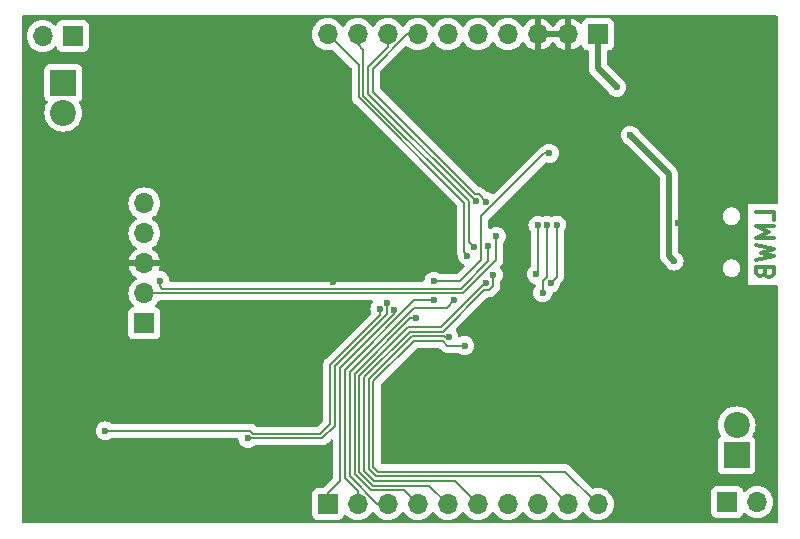
<source format=gbl>
G04 #@! TF.GenerationSoftware,KiCad,Pcbnew,8.0.2*
G04 #@! TF.CreationDate,2024-05-12T15:56:14+02:00*
G04 #@! TF.ProjectId,LimbusOne,4c696d62-7573-44f6-9e65-2e6b69636164,v.0.1*
G04 #@! TF.SameCoordinates,Original*
G04 #@! TF.FileFunction,Copper,L2,Bot*
G04 #@! TF.FilePolarity,Positive*
%FSLAX46Y46*%
G04 Gerber Fmt 4.6, Leading zero omitted, Abs format (unit mm)*
G04 Created by KiCad (PCBNEW 8.0.2) date 2024-05-12 15:56:14*
%MOMM*%
%LPD*%
G01*
G04 APERTURE LIST*
%ADD10C,0.300000*%
G04 #@! TA.AperFunction,NonConductor*
%ADD11C,0.300000*%
G04 #@! TD*
G04 #@! TA.AperFunction,ComponentPad*
%ADD12R,1.700000X1.700000*%
G04 #@! TD*
G04 #@! TA.AperFunction,ComponentPad*
%ADD13O,1.700000X1.700000*%
G04 #@! TD*
G04 #@! TA.AperFunction,ComponentPad*
%ADD14R,2.200000X2.200000*%
G04 #@! TD*
G04 #@! TA.AperFunction,ComponentPad*
%ADD15C,2.200000*%
G04 #@! TD*
G04 #@! TA.AperFunction,ViaPad*
%ADD16C,0.600000*%
G04 #@! TD*
G04 #@! TA.AperFunction,Conductor*
%ADD17C,0.200000*%
G04 #@! TD*
G04 #@! TA.AperFunction,Conductor*
%ADD18C,0.500000*%
G04 #@! TD*
G04 APERTURE END LIST*
D10*
D11*
X93167828Y-49751796D02*
X93167828Y-49037510D01*
X93167828Y-49037510D02*
X91667828Y-49037510D01*
X93167828Y-50251796D02*
X91667828Y-50251796D01*
X91667828Y-50251796D02*
X92739257Y-50751796D01*
X92739257Y-50751796D02*
X91667828Y-51251796D01*
X91667828Y-51251796D02*
X93167828Y-51251796D01*
X91667828Y-51823225D02*
X93167828Y-52180368D01*
X93167828Y-52180368D02*
X92096400Y-52466082D01*
X92096400Y-52466082D02*
X93167828Y-52751797D01*
X93167828Y-52751797D02*
X91667828Y-53108940D01*
X92382114Y-54180368D02*
X92453542Y-54394654D01*
X92453542Y-54394654D02*
X92524971Y-54466083D01*
X92524971Y-54466083D02*
X92667828Y-54537511D01*
X92667828Y-54537511D02*
X92882114Y-54537511D01*
X92882114Y-54537511D02*
X93024971Y-54466083D01*
X93024971Y-54466083D02*
X93096400Y-54394654D01*
X93096400Y-54394654D02*
X93167828Y-54251797D01*
X93167828Y-54251797D02*
X93167828Y-53680368D01*
X93167828Y-53680368D02*
X91667828Y-53680368D01*
X91667828Y-53680368D02*
X91667828Y-54180368D01*
X91667828Y-54180368D02*
X91739257Y-54323226D01*
X91739257Y-54323226D02*
X91810685Y-54394654D01*
X91810685Y-54394654D02*
X91953542Y-54466083D01*
X91953542Y-54466083D02*
X92096400Y-54466083D01*
X92096400Y-54466083D02*
X92239257Y-54394654D01*
X92239257Y-54394654D02*
X92310685Y-54323226D01*
X92310685Y-54323226D02*
X92382114Y-54180368D01*
X92382114Y-54180368D02*
X92382114Y-53680368D01*
D12*
X39878000Y-58463000D03*
D13*
X39878000Y-55923000D03*
X39878000Y-53383000D03*
X39878000Y-50843000D03*
X39878000Y-48303000D03*
D12*
X78267000Y-33985200D03*
D13*
X75727000Y-33985200D03*
X73187001Y-33985200D03*
X70647000Y-33985200D03*
X68107000Y-33985200D03*
X65567000Y-33985200D03*
X63027000Y-33985200D03*
X60486999Y-33985200D03*
X57947000Y-33985200D03*
X55407000Y-33985200D03*
D12*
X89227000Y-73593000D03*
D13*
X91767000Y-73593000D03*
D12*
X33807000Y-34133000D03*
D13*
X31267000Y-34133000D03*
D14*
X90017000Y-69633000D03*
D15*
X90017000Y-67093000D03*
D12*
X55407000Y-73761600D03*
D13*
X57947000Y-73761600D03*
X60486999Y-73761600D03*
X63027000Y-73761600D03*
X65567000Y-73761600D03*
X68107000Y-73761600D03*
X70647000Y-73761600D03*
X73187001Y-73761600D03*
X75727000Y-73761600D03*
X78267000Y-73761600D03*
D14*
X33017000Y-38093000D03*
D15*
X33017000Y-40633000D03*
D16*
X67644000Y-39918000D03*
X81152000Y-60268000D03*
X35941000Y-73279000D03*
X38125400Y-65989200D03*
X71767000Y-60383000D03*
X47967000Y-43633000D03*
X81407000Y-56133000D03*
X45567000Y-43633000D03*
X55880000Y-49530000D03*
X47067000Y-35783000D03*
X59517000Y-47133000D03*
X60467000Y-63883000D03*
X82169000Y-33782000D03*
X85598000Y-33782000D03*
X46863000Y-73279000D03*
X92442000Y-45226000D03*
X67792600Y-67106800D03*
X92442000Y-58025000D03*
X87630000Y-35814000D03*
X85039200Y-49987200D03*
X55880000Y-54923000D03*
X74267000Y-60383000D03*
X50063400Y-66014600D03*
X62017000Y-47133000D03*
X69517000Y-56633000D03*
X42267000Y-38383000D03*
X67644000Y-42418000D03*
X65011880Y-50956184D03*
X89535000Y-43434000D03*
X85267000Y-60633000D03*
X78612000Y-62288000D03*
X81342000Y-68558000D03*
X69672200Y-51083000D03*
X41173400Y-54838600D03*
X69011800Y-51883000D03*
X36576000Y-67564000D03*
X59814678Y-57278849D03*
X66989165Y-60358839D03*
X62890400Y-58039000D03*
X64389000Y-54889400D03*
X74168000Y-44069000D03*
X60440500Y-56780501D03*
X48641000Y-68199000D03*
X61040500Y-57328863D03*
X67811800Y-52019200D03*
X65652000Y-59588400D03*
X74003507Y-50168153D03*
X73609200Y-55880000D03*
X66090800Y-56523000D03*
X67211800Y-52722539D03*
X74269600Y-55067200D03*
X74803000Y-50139600D03*
X68808600Y-55041800D03*
X73203519Y-50163314D03*
X73075800Y-54305200D03*
X69418200Y-54330600D03*
X67945000Y-48133000D03*
X68808600Y-48158400D03*
X64389000Y-56523000D03*
X84734400Y-53187600D03*
X79883000Y-38481000D03*
X81026000Y-42545000D03*
D17*
X39878000Y-55923000D02*
X66867486Y-55923000D01*
X69672200Y-53118286D02*
X69672200Y-51083000D01*
X66867486Y-55923000D02*
X69672200Y-53118286D01*
X69011800Y-51883000D02*
X69011800Y-53213000D01*
X69011800Y-53213000D02*
X66701800Y-55523000D01*
X41400600Y-55523000D02*
X41173400Y-55295800D01*
X66701800Y-55523000D02*
X41400600Y-55523000D01*
X41173400Y-55295800D02*
X41173400Y-54838600D01*
X59814678Y-57278849D02*
X59814678Y-57741268D01*
X54756000Y-67799000D02*
X49089529Y-67799000D01*
X55607000Y-66948000D02*
X54756000Y-67799000D01*
X49089529Y-67799000D02*
X48854529Y-67564000D01*
X48854529Y-67564000D02*
X36576000Y-67564000D01*
X59814678Y-57741268D02*
X55607000Y-61948946D01*
X55607000Y-61948946D02*
X55607000Y-66948000D01*
X65522123Y-60358839D02*
X65138884Y-59975600D01*
X59692230Y-71011600D02*
X75517000Y-71011600D01*
X75517000Y-71011600D02*
X78267000Y-73761600D01*
X62671516Y-59975600D02*
X59270600Y-63376516D01*
X66989165Y-60358839D02*
X65522123Y-60358839D01*
X59270600Y-70589970D02*
X59692230Y-71011600D01*
X59270600Y-63376516D02*
X59270600Y-70589970D01*
X65138884Y-59975600D02*
X62671516Y-59975600D01*
X62890400Y-58039000D02*
X62345372Y-58039000D01*
X61877000Y-72611600D02*
X63027000Y-73761600D01*
X62345372Y-58039000D02*
X57670600Y-62713772D01*
X57670600Y-71252714D02*
X59029486Y-72611600D01*
X57670600Y-62713772D02*
X57670600Y-71252714D01*
X59029486Y-72611600D02*
X61877000Y-72611600D01*
X64389000Y-54889400D02*
X66598800Y-54889400D01*
X73746529Y-44069000D02*
X74168000Y-44069000D01*
X68411800Y-53076400D02*
X68411800Y-49403729D01*
X66598800Y-54889400D02*
X68411800Y-53076400D01*
X68411800Y-49403729D02*
X73746529Y-44069000D01*
X60440500Y-56780501D02*
X60440500Y-57681131D01*
X56007000Y-62114631D02*
X56007000Y-67113686D01*
X60440500Y-57681131D02*
X56007000Y-62114631D01*
X56007000Y-67113686D02*
X54921686Y-68199000D01*
X54921686Y-68199000D02*
X48641000Y-68199000D01*
X56470600Y-71799400D02*
X55407000Y-72863000D01*
X61040500Y-57328863D02*
X61040500Y-57646816D01*
X61040500Y-57646816D02*
X56470600Y-62216716D01*
X55407000Y-72863000D02*
X55407000Y-73761600D01*
X56470600Y-62216716D02*
X56470600Y-71799400D01*
X58420000Y-35306000D02*
X57947000Y-34833000D01*
X58420000Y-39173686D02*
X58420000Y-35306000D01*
X67811800Y-52019200D02*
X67345000Y-51552400D01*
X67345000Y-48098686D02*
X58420000Y-39173686D01*
X57947000Y-34833000D02*
X57947000Y-33985200D01*
X67345000Y-51552400D02*
X67345000Y-48098686D01*
X65304570Y-59575600D02*
X62505830Y-59575600D01*
X59526544Y-71411600D02*
X73377000Y-71411600D01*
X73377000Y-71411600D02*
X75727000Y-73761600D01*
X58870600Y-63210830D02*
X58870600Y-70755656D01*
X58870600Y-70755656D02*
X59526544Y-71411600D01*
X62505830Y-59575600D02*
X58870600Y-63210830D01*
X65317370Y-59588400D02*
X65304570Y-59575600D01*
X65652000Y-59588400D02*
X65317370Y-59588400D01*
X74003507Y-50168153D02*
X73990200Y-50181460D01*
X73990200Y-54498071D02*
X73609200Y-54879071D01*
X73990200Y-50181460D02*
X73990200Y-54498071D01*
X73609200Y-54879071D02*
X73609200Y-55880000D01*
X62695686Y-57123000D02*
X57270600Y-62548086D01*
X64637529Y-57123000D02*
X62695686Y-57123000D01*
X66090800Y-56523000D02*
X65489200Y-57124600D01*
X65489200Y-57124600D02*
X64639129Y-57124600D01*
X57270600Y-62548086D02*
X57270600Y-71418400D01*
X64639129Y-57124600D02*
X64637529Y-57123000D01*
X57270600Y-71418400D02*
X59613800Y-73761600D01*
X59613800Y-73761600D02*
X60486999Y-73761600D01*
X58020000Y-39339371D02*
X58020000Y-36598200D01*
X66945000Y-48264372D02*
X58020000Y-39339371D01*
X67211800Y-52722539D02*
X66945000Y-52455739D01*
X58020000Y-36598200D02*
X55407000Y-33985200D01*
X66945000Y-52455739D02*
X66945000Y-48264372D01*
X58070600Y-62879458D02*
X62174458Y-58775600D01*
X68707000Y-55041800D02*
X68808600Y-55041800D01*
X64973200Y-58775600D02*
X68707000Y-55041800D01*
X64017000Y-72211600D02*
X59195172Y-72211600D01*
X62174458Y-58775600D02*
X64973200Y-58775600D01*
X65567000Y-73761600D02*
X64017000Y-72211600D01*
X74803000Y-54533800D02*
X74269600Y-55067200D01*
X58070600Y-71087028D02*
X58070600Y-62879458D01*
X59195172Y-72211600D02*
X58070600Y-71087028D01*
X74803000Y-50139600D02*
X74803000Y-54533800D01*
X58470600Y-63045144D02*
X58470600Y-70921342D01*
X68672686Y-55641800D02*
X65138885Y-59175600D01*
X73203519Y-54177481D02*
X73075800Y-54305200D01*
X66157000Y-71811600D02*
X68107000Y-73761600D01*
X65138885Y-59175600D02*
X62340144Y-59175600D01*
X62340144Y-59175600D02*
X58470600Y-63045144D01*
X58470600Y-70921342D02*
X59360858Y-71811600D01*
X69057129Y-55641800D02*
X68672686Y-55641800D01*
X69418200Y-54330600D02*
X69418200Y-55280729D01*
X69418200Y-55280729D02*
X69057129Y-55641800D01*
X59360858Y-71811600D02*
X66157000Y-71811600D01*
X73203519Y-50163314D02*
X73203519Y-54177481D01*
X58820000Y-39008000D02*
X58820000Y-36753998D01*
X67945000Y-48133000D02*
X58820000Y-39008000D01*
X58820000Y-36753998D02*
X60486999Y-35086999D01*
X60486999Y-35086999D02*
X60486999Y-33985200D01*
X62154484Y-33985200D02*
X63027000Y-33985200D01*
X67910686Y-47533000D02*
X59220000Y-38842314D01*
X68193529Y-47533000D02*
X67910686Y-47533000D01*
X68808600Y-48148071D02*
X68193529Y-47533000D01*
X59220000Y-38842314D02*
X59220000Y-36919684D01*
X68808600Y-48158400D02*
X68808600Y-48148071D01*
X59220000Y-36919684D02*
X62154484Y-33985200D01*
X64389000Y-56523000D02*
X62730000Y-56523000D01*
X56870600Y-62382401D02*
X56870600Y-71584086D01*
X57947000Y-72660486D02*
X57947000Y-73761600D01*
X62730000Y-56523000D02*
X56870600Y-62382401D01*
X56870600Y-71584086D02*
X57947000Y-72660486D01*
D18*
X84289200Y-45808200D02*
X84289200Y-52742400D01*
X78267000Y-36865000D02*
X79883000Y-38481000D01*
X78267000Y-33985200D02*
X78267000Y-36865000D01*
X81026000Y-42545000D02*
X84289200Y-45808200D01*
X84289200Y-52742400D02*
X84734400Y-53187600D01*
G04 #@! TA.AperFunction,Conductor*
G36*
X75261075Y-33792207D02*
G01*
X75227000Y-33919374D01*
X75227000Y-34051026D01*
X75261075Y-34178193D01*
X75293988Y-34235200D01*
X73620013Y-34235200D01*
X73652926Y-34178193D01*
X73687001Y-34051026D01*
X73687001Y-33919374D01*
X73652926Y-33792207D01*
X73620013Y-33735200D01*
X75293988Y-33735200D01*
X75261075Y-33792207D01*
G37*
G04 #@! TD.AperFunction*
G04 #@! TA.AperFunction,Conductor*
G36*
X55402165Y-32390244D02*
G01*
X55410373Y-32385931D01*
X55434805Y-32383500D01*
X57919195Y-32383500D01*
X57942165Y-32390244D01*
X57950373Y-32385931D01*
X57974805Y-32383500D01*
X60459194Y-32383500D01*
X60482164Y-32390244D01*
X60490372Y-32385931D01*
X60514804Y-32383500D01*
X62999195Y-32383500D01*
X63022165Y-32390244D01*
X63030373Y-32385931D01*
X63054805Y-32383500D01*
X65539195Y-32383500D01*
X65562165Y-32390244D01*
X65570373Y-32385931D01*
X65594805Y-32383500D01*
X68079195Y-32383500D01*
X68102165Y-32390244D01*
X68110373Y-32385931D01*
X68134805Y-32383500D01*
X70619195Y-32383500D01*
X70642165Y-32390244D01*
X70650373Y-32385931D01*
X70674805Y-32383500D01*
X93392500Y-32383500D01*
X93459539Y-32403185D01*
X93505294Y-32455989D01*
X93516500Y-32507500D01*
X93516500Y-48258010D01*
X93496815Y-48325049D01*
X93444011Y-48370804D01*
X93392500Y-48382010D01*
X91009559Y-48382010D01*
X91009559Y-55194736D01*
X93392500Y-55194736D01*
X93459539Y-55214421D01*
X93505294Y-55267225D01*
X93516500Y-55318736D01*
X93516500Y-75258500D01*
X93496815Y-75325539D01*
X93444011Y-75371294D01*
X93392500Y-75382500D01*
X29641500Y-75382500D01*
X29574461Y-75362815D01*
X29528706Y-75310011D01*
X29517500Y-75258500D01*
X29517500Y-67563996D01*
X35770435Y-67563996D01*
X35770435Y-67564003D01*
X35790630Y-67743249D01*
X35790631Y-67743254D01*
X35850211Y-67913523D01*
X35875654Y-67954015D01*
X35946184Y-68066262D01*
X36073738Y-68193816D01*
X36226478Y-68289789D01*
X36396745Y-68349368D01*
X36396750Y-68349369D01*
X36575996Y-68369565D01*
X36576000Y-68369565D01*
X36576004Y-68369565D01*
X36755249Y-68349369D01*
X36755252Y-68349368D01*
X36755255Y-68349368D01*
X36925522Y-68289789D01*
X37078262Y-68193816D01*
X37078267Y-68193810D01*
X37081097Y-68191555D01*
X37083275Y-68190665D01*
X37084158Y-68190111D01*
X37084255Y-68190265D01*
X37145783Y-68165145D01*
X37158412Y-68164500D01*
X47720734Y-68164500D01*
X47787773Y-68184185D01*
X47833528Y-68236989D01*
X47843954Y-68274616D01*
X47855630Y-68378250D01*
X47855631Y-68378254D01*
X47915211Y-68548523D01*
X48011184Y-68701262D01*
X48138738Y-68828816D01*
X48291478Y-68924789D01*
X48461745Y-68984368D01*
X48461750Y-68984369D01*
X48640996Y-69004565D01*
X48641000Y-69004565D01*
X48641004Y-69004565D01*
X48820249Y-68984369D01*
X48820252Y-68984368D01*
X48820255Y-68984368D01*
X48990522Y-68924789D01*
X49143262Y-68828816D01*
X49143267Y-68828810D01*
X49146097Y-68826555D01*
X49148275Y-68825665D01*
X49149158Y-68825111D01*
X49149255Y-68825265D01*
X49210783Y-68800145D01*
X49223412Y-68799500D01*
X54835017Y-68799500D01*
X54835033Y-68799501D01*
X54842629Y-68799501D01*
X55000740Y-68799501D01*
X55000743Y-68799501D01*
X55153471Y-68758577D01*
X55203590Y-68729639D01*
X55290402Y-68679520D01*
X55402206Y-68567716D01*
X55402206Y-68567714D01*
X55412414Y-68557507D01*
X55412415Y-68557504D01*
X55658420Y-68311500D01*
X55719742Y-68278016D01*
X55789434Y-68283000D01*
X55845367Y-68324872D01*
X55869784Y-68390336D01*
X55870100Y-68399182D01*
X55870100Y-71499302D01*
X55850415Y-71566341D01*
X55833781Y-71586983D01*
X55045982Y-72374781D01*
X54984659Y-72408266D01*
X54958301Y-72411100D01*
X54509129Y-72411100D01*
X54509123Y-72411101D01*
X54449516Y-72417508D01*
X54314671Y-72467802D01*
X54314664Y-72467806D01*
X54199455Y-72554052D01*
X54199452Y-72554055D01*
X54113206Y-72669264D01*
X54113202Y-72669271D01*
X54062908Y-72804117D01*
X54056501Y-72863716D01*
X54056500Y-72863735D01*
X54056500Y-74659470D01*
X54056501Y-74659476D01*
X54062908Y-74719083D01*
X54113202Y-74853928D01*
X54113206Y-74853935D01*
X54199452Y-74969144D01*
X54199455Y-74969147D01*
X54314664Y-75055393D01*
X54314671Y-75055397D01*
X54449517Y-75105691D01*
X54449516Y-75105691D01*
X54456444Y-75106435D01*
X54509127Y-75112100D01*
X56304872Y-75112099D01*
X56364483Y-75105691D01*
X56499331Y-75055396D01*
X56614546Y-74969146D01*
X56700796Y-74853931D01*
X56749810Y-74722516D01*
X56791681Y-74666584D01*
X56857145Y-74642166D01*
X56925418Y-74657017D01*
X56953673Y-74678169D01*
X57075599Y-74800095D01*
X57171008Y-74866901D01*
X57269165Y-74935632D01*
X57269167Y-74935633D01*
X57269170Y-74935635D01*
X57483337Y-75035503D01*
X57711592Y-75096663D01*
X57888034Y-75112100D01*
X57946999Y-75117259D01*
X57947000Y-75117259D01*
X57947001Y-75117259D01*
X58005966Y-75112100D01*
X58182408Y-75096663D01*
X58410663Y-75035503D01*
X58624830Y-74935635D01*
X58818401Y-74800095D01*
X58985495Y-74633001D01*
X59115424Y-74447442D01*
X59170001Y-74403818D01*
X59239499Y-74396624D01*
X59301854Y-74428147D01*
X59318573Y-74447441D01*
X59448504Y-74633001D01*
X59615598Y-74800095D01*
X59711007Y-74866901D01*
X59809164Y-74935632D01*
X59809166Y-74935633D01*
X59809169Y-74935635D01*
X60023336Y-75035503D01*
X60251591Y-75096663D01*
X60428033Y-75112100D01*
X60486998Y-75117259D01*
X60486999Y-75117259D01*
X60487000Y-75117259D01*
X60545965Y-75112100D01*
X60722407Y-75096663D01*
X60950662Y-75035503D01*
X61164829Y-74935635D01*
X61358400Y-74800095D01*
X61525494Y-74633001D01*
X61655425Y-74447439D01*
X61710001Y-74403816D01*
X61779499Y-74396622D01*
X61841854Y-74428145D01*
X61858572Y-74447438D01*
X61988505Y-74633001D01*
X62155599Y-74800095D01*
X62251008Y-74866901D01*
X62349165Y-74935632D01*
X62349167Y-74935633D01*
X62349170Y-74935635D01*
X62563337Y-75035503D01*
X62791592Y-75096663D01*
X62968034Y-75112100D01*
X63026999Y-75117259D01*
X63027000Y-75117259D01*
X63027001Y-75117259D01*
X63085966Y-75112100D01*
X63262408Y-75096663D01*
X63490663Y-75035503D01*
X63704830Y-74935635D01*
X63898401Y-74800095D01*
X64065495Y-74633001D01*
X64195426Y-74447441D01*
X64250002Y-74403817D01*
X64319500Y-74396623D01*
X64381855Y-74428146D01*
X64398575Y-74447442D01*
X64528500Y-74632995D01*
X64528505Y-74633001D01*
X64695599Y-74800095D01*
X64791008Y-74866901D01*
X64889165Y-74935632D01*
X64889167Y-74935633D01*
X64889170Y-74935635D01*
X65103337Y-75035503D01*
X65331592Y-75096663D01*
X65508034Y-75112100D01*
X65566999Y-75117259D01*
X65567000Y-75117259D01*
X65567001Y-75117259D01*
X65625966Y-75112100D01*
X65802408Y-75096663D01*
X66030663Y-75035503D01*
X66244830Y-74935635D01*
X66438401Y-74800095D01*
X66605495Y-74633001D01*
X66735426Y-74447441D01*
X66790002Y-74403817D01*
X66859500Y-74396623D01*
X66921855Y-74428146D01*
X66938575Y-74447442D01*
X67068500Y-74632995D01*
X67068505Y-74633001D01*
X67235599Y-74800095D01*
X67331008Y-74866901D01*
X67429165Y-74935632D01*
X67429167Y-74935633D01*
X67429170Y-74935635D01*
X67643337Y-75035503D01*
X67871592Y-75096663D01*
X68048034Y-75112100D01*
X68106999Y-75117259D01*
X68107000Y-75117259D01*
X68107001Y-75117259D01*
X68165966Y-75112100D01*
X68342408Y-75096663D01*
X68570663Y-75035503D01*
X68784830Y-74935635D01*
X68978401Y-74800095D01*
X69145495Y-74633001D01*
X69275426Y-74447441D01*
X69330002Y-74403817D01*
X69399500Y-74396623D01*
X69461855Y-74428146D01*
X69478575Y-74447442D01*
X69608500Y-74632995D01*
X69608505Y-74633001D01*
X69775599Y-74800095D01*
X69871008Y-74866901D01*
X69969165Y-74935632D01*
X69969167Y-74935633D01*
X69969170Y-74935635D01*
X70183337Y-75035503D01*
X70411592Y-75096663D01*
X70588034Y-75112100D01*
X70646999Y-75117259D01*
X70647000Y-75117259D01*
X70647001Y-75117259D01*
X70705966Y-75112100D01*
X70882408Y-75096663D01*
X71110663Y-75035503D01*
X71324830Y-74935635D01*
X71518401Y-74800095D01*
X71685495Y-74633001D01*
X71815426Y-74447439D01*
X71870002Y-74403816D01*
X71939500Y-74396622D01*
X72001855Y-74428145D01*
X72018573Y-74447438D01*
X72148506Y-74633001D01*
X72315600Y-74800095D01*
X72411009Y-74866901D01*
X72509166Y-74935632D01*
X72509168Y-74935633D01*
X72509171Y-74935635D01*
X72723338Y-75035503D01*
X72951593Y-75096663D01*
X73128035Y-75112100D01*
X73187000Y-75117259D01*
X73187001Y-75117259D01*
X73187002Y-75117259D01*
X73245967Y-75112100D01*
X73422409Y-75096663D01*
X73650664Y-75035503D01*
X73864831Y-74935635D01*
X74058402Y-74800095D01*
X74225496Y-74633001D01*
X74355425Y-74447442D01*
X74410002Y-74403818D01*
X74479500Y-74396624D01*
X74541855Y-74428147D01*
X74558574Y-74447441D01*
X74688505Y-74633001D01*
X74855599Y-74800095D01*
X74951008Y-74866901D01*
X75049165Y-74935632D01*
X75049167Y-74935633D01*
X75049170Y-74935635D01*
X75263337Y-75035503D01*
X75491592Y-75096663D01*
X75668034Y-75112100D01*
X75726999Y-75117259D01*
X75727000Y-75117259D01*
X75727001Y-75117259D01*
X75785966Y-75112100D01*
X75962408Y-75096663D01*
X76190663Y-75035503D01*
X76404830Y-74935635D01*
X76598401Y-74800095D01*
X76765495Y-74633001D01*
X76895426Y-74447441D01*
X76950002Y-74403817D01*
X77019500Y-74396623D01*
X77081855Y-74428146D01*
X77098575Y-74447442D01*
X77228500Y-74632995D01*
X77228505Y-74633001D01*
X77395599Y-74800095D01*
X77491008Y-74866901D01*
X77589165Y-74935632D01*
X77589167Y-74935633D01*
X77589170Y-74935635D01*
X77803337Y-75035503D01*
X78031592Y-75096663D01*
X78208034Y-75112100D01*
X78266999Y-75117259D01*
X78267000Y-75117259D01*
X78267001Y-75117259D01*
X78325966Y-75112100D01*
X78502408Y-75096663D01*
X78730663Y-75035503D01*
X78944830Y-74935635D01*
X79138401Y-74800095D01*
X79305495Y-74633001D01*
X79441035Y-74439430D01*
X79540903Y-74225263D01*
X79602063Y-73997008D01*
X79622659Y-73761600D01*
X79602063Y-73526192D01*
X79540903Y-73297937D01*
X79441035Y-73083771D01*
X79435425Y-73075758D01*
X79305494Y-72890197D01*
X79138402Y-72723106D01*
X79138395Y-72723101D01*
X79098456Y-72695135D01*
X87876500Y-72695135D01*
X87876500Y-74490870D01*
X87876501Y-74490876D01*
X87882908Y-74550483D01*
X87933202Y-74685328D01*
X87933206Y-74685335D01*
X88019452Y-74800544D01*
X88019455Y-74800547D01*
X88134664Y-74886793D01*
X88134671Y-74886797D01*
X88269517Y-74937091D01*
X88269516Y-74937091D01*
X88276444Y-74937835D01*
X88329127Y-74943500D01*
X90124872Y-74943499D01*
X90184483Y-74937091D01*
X90319331Y-74886796D01*
X90434546Y-74800546D01*
X90520796Y-74685331D01*
X90569810Y-74553916D01*
X90611681Y-74497984D01*
X90677145Y-74473566D01*
X90745418Y-74488417D01*
X90773673Y-74509569D01*
X90895599Y-74631495D01*
X90992384Y-74699265D01*
X91089165Y-74767032D01*
X91089167Y-74767033D01*
X91089170Y-74767035D01*
X91303337Y-74866903D01*
X91531592Y-74928063D01*
X91708034Y-74943500D01*
X91766999Y-74948659D01*
X91767000Y-74948659D01*
X91767001Y-74948659D01*
X91825966Y-74943500D01*
X92002408Y-74928063D01*
X92230663Y-74866903D01*
X92444830Y-74767035D01*
X92638401Y-74631495D01*
X92805495Y-74464401D01*
X92941035Y-74270830D01*
X93040903Y-74056663D01*
X93102063Y-73828408D01*
X93122659Y-73593000D01*
X93102063Y-73357592D01*
X93040903Y-73129337D01*
X92941035Y-72915171D01*
X92923550Y-72890199D01*
X92805494Y-72721597D01*
X92638402Y-72554506D01*
X92638395Y-72554501D01*
X92444834Y-72418967D01*
X92444830Y-72418965D01*
X92427966Y-72411101D01*
X92230663Y-72319097D01*
X92230659Y-72319096D01*
X92230655Y-72319094D01*
X92002413Y-72257938D01*
X92002403Y-72257936D01*
X91767001Y-72237341D01*
X91766999Y-72237341D01*
X91531596Y-72257936D01*
X91531586Y-72257938D01*
X91303344Y-72319094D01*
X91303335Y-72319098D01*
X91089171Y-72418964D01*
X91089169Y-72418965D01*
X90895600Y-72554503D01*
X90773673Y-72676430D01*
X90712350Y-72709914D01*
X90642658Y-72704930D01*
X90586725Y-72663058D01*
X90569810Y-72632081D01*
X90520797Y-72500671D01*
X90520793Y-72500664D01*
X90434547Y-72385455D01*
X90434544Y-72385452D01*
X90319335Y-72299206D01*
X90319328Y-72299202D01*
X90184482Y-72248908D01*
X90184483Y-72248908D01*
X90124883Y-72242501D01*
X90124881Y-72242500D01*
X90124873Y-72242500D01*
X90124864Y-72242500D01*
X88329129Y-72242500D01*
X88329123Y-72242501D01*
X88269516Y-72248908D01*
X88134671Y-72299202D01*
X88134664Y-72299206D01*
X88019455Y-72385452D01*
X88019452Y-72385455D01*
X87933206Y-72500664D01*
X87933202Y-72500671D01*
X87882908Y-72635517D01*
X87876501Y-72695116D01*
X87876500Y-72695135D01*
X79098456Y-72695135D01*
X78944834Y-72587567D01*
X78944830Y-72587565D01*
X78873935Y-72554506D01*
X78730663Y-72487697D01*
X78730659Y-72487696D01*
X78730655Y-72487694D01*
X78502413Y-72426538D01*
X78502403Y-72426536D01*
X78267001Y-72405941D01*
X78266999Y-72405941D01*
X78031596Y-72426536D01*
X78031583Y-72426539D01*
X77903241Y-72460927D01*
X77833392Y-72459264D01*
X77783468Y-72428833D01*
X76004590Y-70649955D01*
X76004588Y-70649952D01*
X75885717Y-70531081D01*
X75885716Y-70531080D01*
X75798904Y-70480960D01*
X75798904Y-70480959D01*
X75798900Y-70480958D01*
X75748785Y-70452023D01*
X75596057Y-70411099D01*
X75437943Y-70411099D01*
X75430347Y-70411099D01*
X75430331Y-70411100D01*
X59995100Y-70411100D01*
X59928061Y-70391415D01*
X59882306Y-70338611D01*
X59871100Y-70287100D01*
X59871100Y-67093000D01*
X88411551Y-67093000D01*
X88431317Y-67344151D01*
X88490126Y-67589110D01*
X88586533Y-67821859D01*
X88667520Y-67954016D01*
X88685765Y-68021462D01*
X88664649Y-68088064D01*
X88636105Y-68118072D01*
X88559452Y-68175455D01*
X88473206Y-68290664D01*
X88473202Y-68290671D01*
X88422908Y-68425517D01*
X88416501Y-68485116D01*
X88416501Y-68485123D01*
X88416500Y-68485135D01*
X88416500Y-70780870D01*
X88416501Y-70780876D01*
X88422908Y-70840483D01*
X88473202Y-70975328D01*
X88473206Y-70975335D01*
X88559452Y-71090544D01*
X88559455Y-71090547D01*
X88674664Y-71176793D01*
X88674671Y-71176797D01*
X88809517Y-71227091D01*
X88809516Y-71227091D01*
X88816444Y-71227835D01*
X88869127Y-71233500D01*
X91164872Y-71233499D01*
X91224483Y-71227091D01*
X91359331Y-71176796D01*
X91474546Y-71090546D01*
X91560796Y-70975331D01*
X91611091Y-70840483D01*
X91617500Y-70780873D01*
X91617499Y-68485128D01*
X91611091Y-68425517D01*
X91597969Y-68390336D01*
X91560797Y-68290671D01*
X91560793Y-68290664D01*
X91474547Y-68175455D01*
X91397894Y-68118072D01*
X91356024Y-68062138D01*
X91351040Y-67992446D01*
X91366476Y-67954021D01*
X91447466Y-67821859D01*
X91543873Y-67589111D01*
X91602683Y-67344148D01*
X91622449Y-67093000D01*
X91602683Y-66841852D01*
X91543873Y-66596889D01*
X91447466Y-66364141D01*
X91447466Y-66364140D01*
X91315839Y-66149346D01*
X91315838Y-66149343D01*
X91278875Y-66106066D01*
X91152224Y-65957776D01*
X91025571Y-65849604D01*
X90960656Y-65794161D01*
X90960653Y-65794160D01*
X90745859Y-65662533D01*
X90513110Y-65566126D01*
X90268151Y-65507317D01*
X90017000Y-65487551D01*
X89765848Y-65507317D01*
X89520889Y-65566126D01*
X89288140Y-65662533D01*
X89073346Y-65794160D01*
X89073343Y-65794161D01*
X88881776Y-65957776D01*
X88718161Y-66149343D01*
X88718160Y-66149346D01*
X88586533Y-66364140D01*
X88490126Y-66596889D01*
X88431317Y-66841848D01*
X88411551Y-67093000D01*
X59871100Y-67093000D01*
X59871100Y-63676613D01*
X59890785Y-63609574D01*
X59907419Y-63588932D01*
X62883933Y-60612419D01*
X62945256Y-60578934D01*
X62971614Y-60576100D01*
X64838787Y-60576100D01*
X64905826Y-60595785D01*
X64926467Y-60612418D01*
X65153407Y-60839359D01*
X65249656Y-60894928D01*
X65290334Y-60918414D01*
X65290335Y-60918414D01*
X65290338Y-60918416D01*
X65443066Y-60959340D01*
X65443069Y-60959340D01*
X65608777Y-60959340D01*
X65608793Y-60959339D01*
X66406753Y-60959339D01*
X66473792Y-60979024D01*
X66484068Y-60986394D01*
X66486901Y-60988653D01*
X66486903Y-60988655D01*
X66639643Y-61084628D01*
X66809910Y-61144207D01*
X66809915Y-61144208D01*
X66989161Y-61164404D01*
X66989165Y-61164404D01*
X66989169Y-61164404D01*
X67168414Y-61144208D01*
X67168417Y-61144207D01*
X67168420Y-61144207D01*
X67338687Y-61084628D01*
X67491427Y-60988655D01*
X67618981Y-60861101D01*
X67714954Y-60708361D01*
X67774533Y-60538094D01*
X67794730Y-60358839D01*
X67774533Y-60179584D01*
X67714954Y-60009317D01*
X67618981Y-59856577D01*
X67491427Y-59729023D01*
X67338688Y-59633050D01*
X67168419Y-59573470D01*
X67168414Y-59573469D01*
X66989169Y-59553274D01*
X66989161Y-59553274D01*
X66809915Y-59573469D01*
X66809910Y-59573470D01*
X66639635Y-59633052D01*
X66633370Y-59636070D01*
X66632585Y-59634440D01*
X66574141Y-59650945D01*
X66507309Y-59630567D01*
X66462104Y-59577291D01*
X66452206Y-59540835D01*
X66437369Y-59409150D01*
X66437368Y-59409145D01*
X66420477Y-59360873D01*
X66377789Y-59238878D01*
X66281816Y-59086138D01*
X66267380Y-59071702D01*
X66233895Y-59010379D01*
X66238879Y-58940687D01*
X66267380Y-58896340D01*
X68885102Y-56278620D01*
X68946425Y-56245135D01*
X68972783Y-56242301D01*
X69136183Y-56242301D01*
X69136186Y-56242301D01*
X69288914Y-56201377D01*
X69370481Y-56154284D01*
X69425845Y-56122320D01*
X69537649Y-56010516D01*
X69537650Y-56010514D01*
X69898720Y-55649445D01*
X69977777Y-55512513D01*
X70018701Y-55359786D01*
X70018701Y-55201671D01*
X70018701Y-55194076D01*
X70018700Y-55194058D01*
X70018700Y-54913012D01*
X70038385Y-54845973D01*
X70045755Y-54835697D01*
X70048010Y-54832867D01*
X70048016Y-54832862D01*
X70143989Y-54680122D01*
X70203568Y-54509855D01*
X70203569Y-54509849D01*
X70223765Y-54330603D01*
X70223765Y-54330596D01*
X70220903Y-54305196D01*
X72270235Y-54305196D01*
X72270235Y-54305203D01*
X72290430Y-54484449D01*
X72290431Y-54484454D01*
X72350011Y-54654723D01*
X72419670Y-54765584D01*
X72445984Y-54807462D01*
X72573538Y-54935016D01*
X72726278Y-55030989D01*
X72896545Y-55090568D01*
X72898579Y-55090797D01*
X72899807Y-55091313D01*
X72903334Y-55092118D01*
X72903193Y-55092735D01*
X72962994Y-55117862D01*
X73002551Y-55175455D01*
X73008700Y-55214018D01*
X73008700Y-55297587D01*
X72989015Y-55364626D01*
X72981650Y-55374896D01*
X72979386Y-55377734D01*
X72883411Y-55530476D01*
X72823831Y-55700745D01*
X72823830Y-55700750D01*
X72803635Y-55879996D01*
X72803635Y-55880003D01*
X72823830Y-56059249D01*
X72823831Y-56059254D01*
X72883411Y-56229523D01*
X72893221Y-56245135D01*
X72979384Y-56382262D01*
X73106938Y-56509816D01*
X73197280Y-56566582D01*
X73251785Y-56600830D01*
X73259678Y-56605789D01*
X73383262Y-56649033D01*
X73429945Y-56665368D01*
X73429950Y-56665369D01*
X73609196Y-56685565D01*
X73609200Y-56685565D01*
X73609204Y-56685565D01*
X73788449Y-56665369D01*
X73788452Y-56665368D01*
X73788455Y-56665368D01*
X73958722Y-56605789D01*
X74111462Y-56509816D01*
X74239016Y-56382262D01*
X74334989Y-56229522D01*
X74394568Y-56059255D01*
X74400857Y-56003444D01*
X74407860Y-55941285D01*
X74434926Y-55876871D01*
X74490124Y-55838127D01*
X74619122Y-55792989D01*
X74771862Y-55697016D01*
X74899416Y-55569462D01*
X74995389Y-55416722D01*
X75054968Y-55246455D01*
X75064761Y-55159529D01*
X75091826Y-55095119D01*
X75100288Y-55085746D01*
X75283520Y-54902516D01*
X75291093Y-54889400D01*
X75316165Y-54845973D01*
X75362577Y-54765584D01*
X75403501Y-54612857D01*
X75403501Y-54454742D01*
X75403501Y-54447147D01*
X75403500Y-54447129D01*
X75403500Y-50722012D01*
X75423185Y-50654973D01*
X75430555Y-50644697D01*
X75432810Y-50641867D01*
X75432816Y-50641862D01*
X75528789Y-50489122D01*
X75588368Y-50318855D01*
X75588369Y-50318849D01*
X75608565Y-50139603D01*
X75608565Y-50139596D01*
X75588369Y-49960350D01*
X75588368Y-49960345D01*
X75537086Y-49813790D01*
X75528789Y-49790078D01*
X75432816Y-49637338D01*
X75305262Y-49509784D01*
X75270824Y-49488145D01*
X75152523Y-49413811D01*
X74982254Y-49354231D01*
X74982249Y-49354230D01*
X74803004Y-49334035D01*
X74802996Y-49334035D01*
X74623750Y-49354230D01*
X74623737Y-49354233D01*
X74453481Y-49413809D01*
X74438920Y-49422958D01*
X74371683Y-49441956D01*
X74331997Y-49435004D01*
X74182764Y-49382785D01*
X74182756Y-49382783D01*
X74003511Y-49362588D01*
X74003503Y-49362588D01*
X73824257Y-49382783D01*
X73824252Y-49382784D01*
X73649821Y-49443821D01*
X73580042Y-49447382D01*
X73555060Y-49438497D01*
X73553044Y-49437526D01*
X73382773Y-49377945D01*
X73382768Y-49377944D01*
X73203523Y-49357749D01*
X73203515Y-49357749D01*
X73024269Y-49377944D01*
X73024264Y-49377945D01*
X72853995Y-49437525D01*
X72701256Y-49533498D01*
X72573703Y-49661051D01*
X72477730Y-49813790D01*
X72418150Y-49984059D01*
X72418149Y-49984064D01*
X72397954Y-50163310D01*
X72397954Y-50163317D01*
X72418149Y-50342563D01*
X72418150Y-50342568D01*
X72477730Y-50512837D01*
X72520395Y-50580737D01*
X72558802Y-50641862D01*
X72573704Y-50665577D01*
X72575964Y-50668411D01*
X72576853Y-50670589D01*
X72577408Y-50671472D01*
X72577253Y-50671569D01*
X72602374Y-50733097D01*
X72603019Y-50745726D01*
X72603019Y-53594540D01*
X72583334Y-53661579D01*
X72566701Y-53682221D01*
X72445983Y-53802939D01*
X72350011Y-53955676D01*
X72290431Y-54125945D01*
X72290430Y-54125950D01*
X72270235Y-54305196D01*
X70220903Y-54305196D01*
X70203569Y-54151350D01*
X70203568Y-54151345D01*
X70164845Y-54040681D01*
X70143989Y-53981078D01*
X70128243Y-53956019D01*
X70101457Y-53913389D01*
X70048016Y-53828338D01*
X70017380Y-53797702D01*
X69983895Y-53736379D01*
X69988879Y-53666687D01*
X70017379Y-53622341D01*
X70152720Y-53487002D01*
X70231777Y-53350070D01*
X70272701Y-53197343D01*
X70272701Y-53039228D01*
X70272701Y-53031633D01*
X70272700Y-53031615D01*
X70272700Y-51665412D01*
X70292385Y-51598373D01*
X70299755Y-51588097D01*
X70302010Y-51585267D01*
X70302016Y-51585262D01*
X70397989Y-51432522D01*
X70457568Y-51262255D01*
X70477765Y-51083000D01*
X70477248Y-51078413D01*
X70457569Y-50903750D01*
X70457568Y-50903745D01*
X70436312Y-50842999D01*
X70397989Y-50733478D01*
X70390784Y-50722012D01*
X70318892Y-50607596D01*
X70302016Y-50580738D01*
X70174462Y-50453184D01*
X70139951Y-50431499D01*
X70021723Y-50357211D01*
X69851454Y-50297631D01*
X69851449Y-50297630D01*
X69672204Y-50277435D01*
X69672196Y-50277435D01*
X69492950Y-50297630D01*
X69492945Y-50297631D01*
X69322676Y-50357211D01*
X69202272Y-50432867D01*
X69135035Y-50451867D01*
X69068200Y-50431499D01*
X69022986Y-50378231D01*
X69012300Y-50327873D01*
X69012300Y-49703825D01*
X69031985Y-49636786D01*
X69048614Y-49616149D01*
X73801534Y-44863228D01*
X73862855Y-44829745D01*
X73930165Y-44833869D01*
X73988745Y-44854368D01*
X73988749Y-44854368D01*
X73988751Y-44854369D01*
X73988748Y-44854369D01*
X74167996Y-44874565D01*
X74168000Y-44874565D01*
X74168004Y-44874565D01*
X74347249Y-44854369D01*
X74347252Y-44854368D01*
X74347255Y-44854368D01*
X74517522Y-44794789D01*
X74670262Y-44698816D01*
X74797816Y-44571262D01*
X74893789Y-44418522D01*
X74953368Y-44248255D01*
X74973565Y-44069000D01*
X74953368Y-43889745D01*
X74893789Y-43719478D01*
X74797816Y-43566738D01*
X74670262Y-43439184D01*
X74517523Y-43343211D01*
X74347254Y-43283631D01*
X74347249Y-43283630D01*
X74168004Y-43263435D01*
X74167996Y-43263435D01*
X73988750Y-43283630D01*
X73988745Y-43283631D01*
X73818476Y-43343211D01*
X73665738Y-43439184D01*
X73665735Y-43439186D01*
X73648550Y-43456371D01*
X73592966Y-43488462D01*
X73514747Y-43509421D01*
X73514738Y-43509425D01*
X73479595Y-43529716D01*
X73479593Y-43529717D01*
X73377819Y-43588475D01*
X73377811Y-43588481D01*
X69458685Y-47507608D01*
X69397362Y-47541093D01*
X69327670Y-47536109D01*
X69305032Y-47524921D01*
X69158121Y-47432610D01*
X68987849Y-47373030D01*
X68912570Y-47364548D01*
X68848156Y-47337481D01*
X68838782Y-47329017D01*
X68681113Y-47171349D01*
X68681109Y-47171344D01*
X68562246Y-47052481D01*
X68562245Y-47052480D01*
X68475433Y-47002360D01*
X68475433Y-47002359D01*
X68475429Y-47002358D01*
X68425314Y-46973423D01*
X68272586Y-46932499D01*
X68272583Y-46932499D01*
X68210782Y-46932499D01*
X68143743Y-46912814D01*
X68123101Y-46896180D01*
X63771917Y-42544996D01*
X80220435Y-42544996D01*
X80220435Y-42545003D01*
X80240630Y-42724249D01*
X80240631Y-42724254D01*
X80300211Y-42894523D01*
X80396184Y-43047262D01*
X80523738Y-43174816D01*
X80676478Y-43270789D01*
X80676480Y-43270789D01*
X80676484Y-43270792D01*
X80682756Y-43273813D01*
X80681869Y-43275653D01*
X80717939Y-43298307D01*
X83502381Y-46082749D01*
X83535866Y-46144072D01*
X83538700Y-46170430D01*
X83538700Y-52816318D01*
X83538700Y-52816320D01*
X83538699Y-52816320D01*
X83567540Y-52961307D01*
X83567543Y-52961317D01*
X83624114Y-53097892D01*
X83624115Y-53097894D01*
X83624116Y-53097895D01*
X83647572Y-53133000D01*
X83657012Y-53147127D01*
X83657013Y-53147130D01*
X83706246Y-53220814D01*
X83706252Y-53220821D01*
X83981092Y-53495660D01*
X84003756Y-53531729D01*
X84005588Y-53530847D01*
X84008607Y-53537116D01*
X84025551Y-53564082D01*
X84104584Y-53689862D01*
X84232138Y-53817416D01*
X84384878Y-53913389D01*
X84505733Y-53955678D01*
X84555145Y-53972968D01*
X84555150Y-53972969D01*
X84734396Y-53993165D01*
X84734400Y-53993165D01*
X84734404Y-53993165D01*
X84913649Y-53972969D01*
X84913652Y-53972968D01*
X84913655Y-53972968D01*
X85083922Y-53913389D01*
X85173792Y-53856920D01*
X88841499Y-53856920D01*
X88870340Y-54001907D01*
X88870343Y-54001917D01*
X88926912Y-54138488D01*
X88926919Y-54138501D01*
X89009048Y-54261415D01*
X89009051Y-54261419D01*
X89113580Y-54365948D01*
X89113584Y-54365951D01*
X89236498Y-54448080D01*
X89236511Y-54448087D01*
X89335473Y-54489078D01*
X89373087Y-54504658D01*
X89373091Y-54504658D01*
X89373092Y-54504659D01*
X89518079Y-54533500D01*
X89518082Y-54533500D01*
X89665920Y-54533500D01*
X89763462Y-54514096D01*
X89810913Y-54504658D01*
X89947495Y-54448084D01*
X90070416Y-54365951D01*
X90174951Y-54261416D01*
X90257084Y-54138495D01*
X90313658Y-54001913D01*
X90342500Y-53856918D01*
X90342500Y-53709082D01*
X90342500Y-53709079D01*
X90313659Y-53564092D01*
X90313658Y-53564091D01*
X90313658Y-53564087D01*
X90299890Y-53530847D01*
X90257087Y-53427511D01*
X90257080Y-53427498D01*
X90174951Y-53304584D01*
X90174948Y-53304580D01*
X90070419Y-53200051D01*
X90070415Y-53200048D01*
X89947501Y-53117919D01*
X89947488Y-53117912D01*
X89810917Y-53061343D01*
X89810907Y-53061340D01*
X89665920Y-53032500D01*
X89665918Y-53032500D01*
X89518082Y-53032500D01*
X89518080Y-53032500D01*
X89373092Y-53061340D01*
X89373082Y-53061343D01*
X89236511Y-53117912D01*
X89236498Y-53117919D01*
X89113584Y-53200048D01*
X89113580Y-53200051D01*
X89009051Y-53304580D01*
X89009048Y-53304584D01*
X88926919Y-53427498D01*
X88926912Y-53427511D01*
X88870343Y-53564082D01*
X88870340Y-53564092D01*
X88841500Y-53709079D01*
X88841500Y-53709082D01*
X88841500Y-53856918D01*
X88841500Y-53856920D01*
X88841499Y-53856920D01*
X85173792Y-53856920D01*
X85236662Y-53817416D01*
X85364216Y-53689862D01*
X85460189Y-53537122D01*
X85519768Y-53366855D01*
X85521659Y-53350071D01*
X85539965Y-53187603D01*
X85539965Y-53187596D01*
X85519769Y-53008350D01*
X85519768Y-53008345D01*
X85460188Y-52838076D01*
X85420982Y-52775680D01*
X85364216Y-52685338D01*
X85236662Y-52557784D01*
X85236660Y-52557782D01*
X85097727Y-52470484D01*
X85051437Y-52418150D01*
X85039700Y-52365491D01*
X85039700Y-49456920D01*
X88841499Y-49456920D01*
X88870340Y-49601907D01*
X88870343Y-49601917D01*
X88926912Y-49738488D01*
X88926919Y-49738501D01*
X89009048Y-49861415D01*
X89009051Y-49861419D01*
X89113580Y-49965948D01*
X89113584Y-49965951D01*
X89236498Y-50048080D01*
X89236511Y-50048087D01*
X89373082Y-50104656D01*
X89373087Y-50104658D01*
X89373091Y-50104658D01*
X89373092Y-50104659D01*
X89518079Y-50133500D01*
X89518082Y-50133500D01*
X89665920Y-50133500D01*
X89763462Y-50114096D01*
X89810913Y-50104658D01*
X89947495Y-50048084D01*
X90070416Y-49965951D01*
X90174951Y-49861416D01*
X90257084Y-49738495D01*
X90313658Y-49601913D01*
X90331984Y-49509784D01*
X90342500Y-49456920D01*
X90342500Y-49309079D01*
X90313659Y-49164092D01*
X90313658Y-49164091D01*
X90313658Y-49164087D01*
X90313656Y-49164082D01*
X90257087Y-49027511D01*
X90257080Y-49027498D01*
X90174951Y-48904584D01*
X90174948Y-48904580D01*
X90070419Y-48800051D01*
X90070415Y-48800048D01*
X89947501Y-48717919D01*
X89947488Y-48717912D01*
X89810917Y-48661343D01*
X89810907Y-48661340D01*
X89665920Y-48632500D01*
X89665918Y-48632500D01*
X89518082Y-48632500D01*
X89518080Y-48632500D01*
X89373092Y-48661340D01*
X89373082Y-48661343D01*
X89236511Y-48717912D01*
X89236498Y-48717919D01*
X89113584Y-48800048D01*
X89113580Y-48800051D01*
X89009051Y-48904580D01*
X89009048Y-48904584D01*
X88926919Y-49027498D01*
X88926912Y-49027511D01*
X88870343Y-49164082D01*
X88870340Y-49164092D01*
X88841500Y-49309079D01*
X88841500Y-49309082D01*
X88841500Y-49456918D01*
X88841500Y-49456920D01*
X88841499Y-49456920D01*
X85039700Y-49456920D01*
X85039700Y-45734281D01*
X85033963Y-45705442D01*
X85033963Y-45705440D01*
X85010860Y-45589295D01*
X85010859Y-45589288D01*
X84956608Y-45458317D01*
X84954965Y-45453725D01*
X84954284Y-45452705D01*
X84921386Y-45403470D01*
X84921385Y-45403468D01*
X84872156Y-45329789D01*
X84872152Y-45329784D01*
X81779307Y-42236939D01*
X81756653Y-42200869D01*
X81754813Y-42201756D01*
X81751792Y-42195484D01*
X81751789Y-42195480D01*
X81751789Y-42195478D01*
X81655816Y-42042738D01*
X81528262Y-41915184D01*
X81375523Y-41819211D01*
X81205254Y-41759631D01*
X81205249Y-41759630D01*
X81026004Y-41739435D01*
X81025996Y-41739435D01*
X80846750Y-41759630D01*
X80846745Y-41759631D01*
X80676476Y-41819211D01*
X80523737Y-41915184D01*
X80396184Y-42042737D01*
X80300211Y-42195476D01*
X80240631Y-42365745D01*
X80240630Y-42365750D01*
X80220435Y-42544996D01*
X63771917Y-42544996D01*
X59856819Y-38629898D01*
X59823334Y-38568575D01*
X59820500Y-38542217D01*
X59820500Y-37219780D01*
X59840185Y-37152741D01*
X59856814Y-37132104D01*
X61972730Y-35016187D01*
X62034053Y-34982703D01*
X62103745Y-34987687D01*
X62148092Y-35016188D01*
X62155599Y-35023695D01*
X62250981Y-35090482D01*
X62349165Y-35159232D01*
X62349167Y-35159233D01*
X62349170Y-35159235D01*
X62563337Y-35259103D01*
X62791592Y-35320263D01*
X62968034Y-35335700D01*
X63026999Y-35340859D01*
X63027000Y-35340859D01*
X63027001Y-35340859D01*
X63085966Y-35335700D01*
X63262408Y-35320263D01*
X63490663Y-35259103D01*
X63704830Y-35159235D01*
X63898401Y-35023695D01*
X64065495Y-34856601D01*
X64195425Y-34671042D01*
X64250002Y-34627417D01*
X64319500Y-34620223D01*
X64381855Y-34651746D01*
X64398575Y-34671042D01*
X64528500Y-34856595D01*
X64528505Y-34856601D01*
X64695599Y-35023695D01*
X64790981Y-35090482D01*
X64889165Y-35159232D01*
X64889167Y-35159233D01*
X64889170Y-35159235D01*
X65103337Y-35259103D01*
X65331592Y-35320263D01*
X65508034Y-35335700D01*
X65566999Y-35340859D01*
X65567000Y-35340859D01*
X65567001Y-35340859D01*
X65625966Y-35335700D01*
X65802408Y-35320263D01*
X66030663Y-35259103D01*
X66244830Y-35159235D01*
X66438401Y-35023695D01*
X66605495Y-34856601D01*
X66735425Y-34671042D01*
X66790002Y-34627417D01*
X66859500Y-34620223D01*
X66921855Y-34651746D01*
X66938575Y-34671042D01*
X67068500Y-34856595D01*
X67068505Y-34856601D01*
X67235599Y-35023695D01*
X67330981Y-35090482D01*
X67429165Y-35159232D01*
X67429167Y-35159233D01*
X67429170Y-35159235D01*
X67643337Y-35259103D01*
X67871592Y-35320263D01*
X68048034Y-35335700D01*
X68106999Y-35340859D01*
X68107000Y-35340859D01*
X68107001Y-35340859D01*
X68165966Y-35335700D01*
X68342408Y-35320263D01*
X68570663Y-35259103D01*
X68784830Y-35159235D01*
X68978401Y-35023695D01*
X69145495Y-34856601D01*
X69275425Y-34671042D01*
X69330002Y-34627417D01*
X69399500Y-34620223D01*
X69461855Y-34651746D01*
X69478575Y-34671042D01*
X69608500Y-34856595D01*
X69608505Y-34856601D01*
X69775599Y-35023695D01*
X69870981Y-35090482D01*
X69969165Y-35159232D01*
X69969167Y-35159233D01*
X69969170Y-35159235D01*
X70183337Y-35259103D01*
X70411592Y-35320263D01*
X70588034Y-35335700D01*
X70646999Y-35340859D01*
X70647000Y-35340859D01*
X70647001Y-35340859D01*
X70705966Y-35335700D01*
X70882408Y-35320263D01*
X71110663Y-35259103D01*
X71324830Y-35159235D01*
X71518401Y-35023695D01*
X71685495Y-34856601D01*
X71815732Y-34670603D01*
X71870307Y-34626980D01*
X71939805Y-34619786D01*
X72002160Y-34651309D01*
X72018879Y-34670604D01*
X72148891Y-34856278D01*
X72315918Y-35023305D01*
X72509422Y-35158800D01*
X72723508Y-35258629D01*
X72723517Y-35258633D01*
X72937001Y-35315834D01*
X72937001Y-34418212D01*
X72994008Y-34451125D01*
X73121175Y-34485200D01*
X73252827Y-34485200D01*
X73379994Y-34451125D01*
X73437001Y-34418212D01*
X73437001Y-35315833D01*
X73650484Y-35258633D01*
X73650493Y-35258629D01*
X73864579Y-35158800D01*
X74058083Y-35023305D01*
X74225106Y-34856282D01*
X74355425Y-34670169D01*
X74410002Y-34626545D01*
X74479501Y-34619352D01*
X74541855Y-34650874D01*
X74558575Y-34670169D01*
X74688894Y-34856282D01*
X74855917Y-35023305D01*
X75049421Y-35158800D01*
X75263507Y-35258629D01*
X75263516Y-35258633D01*
X75477000Y-35315834D01*
X75477000Y-34418212D01*
X75534007Y-34451125D01*
X75661174Y-34485200D01*
X75792826Y-34485200D01*
X75919993Y-34451125D01*
X75977000Y-34418212D01*
X75977000Y-35315833D01*
X76190483Y-35258633D01*
X76190492Y-35258629D01*
X76404578Y-35158800D01*
X76598078Y-35023308D01*
X76720133Y-34901253D01*
X76781456Y-34867768D01*
X76851148Y-34872752D01*
X76907082Y-34914623D01*
X76923997Y-34945601D01*
X76973202Y-35077528D01*
X76973206Y-35077535D01*
X77059452Y-35192744D01*
X77059455Y-35192747D01*
X77174664Y-35278993D01*
X77174671Y-35278997D01*
X77197563Y-35287535D01*
X77309517Y-35329291D01*
X77369127Y-35335700D01*
X77392497Y-35335699D01*
X77459536Y-35355381D01*
X77505292Y-35408183D01*
X77516500Y-35459699D01*
X77516500Y-36938918D01*
X77516500Y-36938920D01*
X77516499Y-36938920D01*
X77545340Y-37083907D01*
X77545343Y-37083917D01*
X77601914Y-37220492D01*
X77634812Y-37269727D01*
X77634813Y-37269730D01*
X77684046Y-37343414D01*
X77684052Y-37343421D01*
X79129692Y-38789059D01*
X79152358Y-38825125D01*
X79154188Y-38824244D01*
X79157209Y-38830518D01*
X79157211Y-38830522D01*
X79253184Y-38983262D01*
X79380738Y-39110816D01*
X79533478Y-39206789D01*
X79686432Y-39260310D01*
X79703745Y-39266368D01*
X79703750Y-39266369D01*
X79882996Y-39286565D01*
X79883000Y-39286565D01*
X79883004Y-39286565D01*
X80062249Y-39266369D01*
X80062252Y-39266368D01*
X80062255Y-39266368D01*
X80232522Y-39206789D01*
X80385262Y-39110816D01*
X80512816Y-38983262D01*
X80608789Y-38830522D01*
X80668368Y-38660255D01*
X80668369Y-38660249D01*
X80688565Y-38481003D01*
X80688565Y-38480996D01*
X80668369Y-38301750D01*
X80668368Y-38301745D01*
X80608788Y-38131476D01*
X80512815Y-37978737D01*
X80385262Y-37851184D01*
X80232522Y-37755211D01*
X80232518Y-37755209D01*
X80226244Y-37752188D01*
X80227125Y-37750358D01*
X80191059Y-37727692D01*
X79053819Y-36590451D01*
X79020334Y-36529128D01*
X79017500Y-36502770D01*
X79017500Y-35459699D01*
X79037185Y-35392660D01*
X79089989Y-35346905D01*
X79141500Y-35335699D01*
X79164871Y-35335699D01*
X79164872Y-35335699D01*
X79224483Y-35329291D01*
X79359331Y-35278996D01*
X79474546Y-35192746D01*
X79560796Y-35077531D01*
X79611091Y-34942683D01*
X79617500Y-34883073D01*
X79617499Y-33087328D01*
X79611091Y-33027717D01*
X79610002Y-33024798D01*
X79560797Y-32892871D01*
X79560793Y-32892864D01*
X79474547Y-32777655D01*
X79474544Y-32777652D01*
X79359335Y-32691406D01*
X79359328Y-32691402D01*
X79224482Y-32641108D01*
X79224483Y-32641108D01*
X79164883Y-32634701D01*
X79164881Y-32634700D01*
X79164873Y-32634700D01*
X79164864Y-32634700D01*
X77369129Y-32634700D01*
X77369123Y-32634701D01*
X77309516Y-32641108D01*
X77174671Y-32691402D01*
X77174664Y-32691406D01*
X77059455Y-32777652D01*
X77059452Y-32777655D01*
X76973206Y-32892864D01*
X76973202Y-32892871D01*
X76923997Y-33024798D01*
X76882126Y-33080732D01*
X76816661Y-33105149D01*
X76748388Y-33090297D01*
X76720134Y-33069146D01*
X76598082Y-32947094D01*
X76404578Y-32811599D01*
X76190492Y-32711770D01*
X76190486Y-32711767D01*
X75977000Y-32654564D01*
X75977000Y-33552188D01*
X75919993Y-33519275D01*
X75792826Y-33485200D01*
X75661174Y-33485200D01*
X75534007Y-33519275D01*
X75477000Y-33552188D01*
X75477000Y-32654564D01*
X75476999Y-32654564D01*
X75263513Y-32711767D01*
X75263507Y-32711770D01*
X75049422Y-32811599D01*
X75049420Y-32811600D01*
X74855926Y-32947086D01*
X74855920Y-32947091D01*
X74688891Y-33114120D01*
X74688890Y-33114122D01*
X74558575Y-33300231D01*
X74503998Y-33343855D01*
X74434499Y-33351048D01*
X74372145Y-33319526D01*
X74355425Y-33300230D01*
X74225114Y-33114126D01*
X74225109Y-33114120D01*
X74058083Y-32947094D01*
X73864579Y-32811599D01*
X73650493Y-32711770D01*
X73650487Y-32711767D01*
X73437001Y-32654564D01*
X73437001Y-33552188D01*
X73379994Y-33519275D01*
X73252827Y-33485200D01*
X73121175Y-33485200D01*
X72994008Y-33519275D01*
X72937001Y-33552188D01*
X72937001Y-32654564D01*
X72937000Y-32654564D01*
X72723514Y-32711767D01*
X72723508Y-32711770D01*
X72509423Y-32811599D01*
X72509421Y-32811600D01*
X72315927Y-32947086D01*
X72315921Y-32947091D01*
X72148892Y-33114120D01*
X72148891Y-33114122D01*
X72018880Y-33299796D01*
X71964303Y-33343421D01*
X71894804Y-33350613D01*
X71832450Y-33319091D01*
X71815730Y-33299795D01*
X71815425Y-33299360D01*
X71685724Y-33114126D01*
X71685494Y-33113797D01*
X71518402Y-32946706D01*
X71518395Y-32946701D01*
X71324834Y-32811167D01*
X71324830Y-32811165D01*
X71296465Y-32797938D01*
X71110663Y-32711297D01*
X71110659Y-32711296D01*
X71110655Y-32711294D01*
X70882413Y-32650138D01*
X70882403Y-32650136D01*
X70663997Y-32631028D01*
X70652937Y-32626701D01*
X70630003Y-32631028D01*
X70411596Y-32650136D01*
X70411586Y-32650138D01*
X70183344Y-32711294D01*
X70183335Y-32711298D01*
X69969171Y-32811164D01*
X69969169Y-32811165D01*
X69775597Y-32946705D01*
X69608505Y-33113797D01*
X69478575Y-33299358D01*
X69423998Y-33342983D01*
X69354500Y-33350177D01*
X69292145Y-33318654D01*
X69275425Y-33299358D01*
X69145494Y-33113797D01*
X68978402Y-32946706D01*
X68978395Y-32946701D01*
X68784834Y-32811167D01*
X68784830Y-32811165D01*
X68756465Y-32797938D01*
X68570663Y-32711297D01*
X68570659Y-32711296D01*
X68570655Y-32711294D01*
X68342413Y-32650138D01*
X68342403Y-32650136D01*
X68123997Y-32631028D01*
X68112937Y-32626701D01*
X68090003Y-32631028D01*
X67871596Y-32650136D01*
X67871586Y-32650138D01*
X67643344Y-32711294D01*
X67643335Y-32711298D01*
X67429171Y-32811164D01*
X67429169Y-32811165D01*
X67235597Y-32946705D01*
X67068505Y-33113797D01*
X66938575Y-33299358D01*
X66883998Y-33342983D01*
X66814500Y-33350177D01*
X66752145Y-33318654D01*
X66735425Y-33299358D01*
X66605494Y-33113797D01*
X66438402Y-32946706D01*
X66438395Y-32946701D01*
X66244834Y-32811167D01*
X66244830Y-32811165D01*
X66216465Y-32797938D01*
X66030663Y-32711297D01*
X66030659Y-32711296D01*
X66030655Y-32711294D01*
X65802413Y-32650138D01*
X65802403Y-32650136D01*
X65583997Y-32631028D01*
X65572937Y-32626701D01*
X65550003Y-32631028D01*
X65331596Y-32650136D01*
X65331586Y-32650138D01*
X65103344Y-32711294D01*
X65103335Y-32711298D01*
X64889171Y-32811164D01*
X64889169Y-32811165D01*
X64695597Y-32946705D01*
X64528505Y-33113797D01*
X64398575Y-33299358D01*
X64343998Y-33342983D01*
X64274500Y-33350177D01*
X64212145Y-33318654D01*
X64195425Y-33299358D01*
X64065494Y-33113797D01*
X63898402Y-32946706D01*
X63898395Y-32946701D01*
X63704834Y-32811167D01*
X63704830Y-32811165D01*
X63676465Y-32797938D01*
X63490663Y-32711297D01*
X63490659Y-32711296D01*
X63490655Y-32711294D01*
X63262413Y-32650138D01*
X63262403Y-32650136D01*
X63043997Y-32631028D01*
X63032937Y-32626701D01*
X63010003Y-32631028D01*
X62791596Y-32650136D01*
X62791586Y-32650138D01*
X62563344Y-32711294D01*
X62563335Y-32711298D01*
X62349171Y-32811164D01*
X62349169Y-32811165D01*
X62155597Y-32946705D01*
X61988508Y-33113794D01*
X61858574Y-33299360D01*
X61803997Y-33342984D01*
X61734498Y-33350177D01*
X61672144Y-33318655D01*
X61655424Y-33299359D01*
X61525493Y-33113797D01*
X61358401Y-32946706D01*
X61358394Y-32946701D01*
X61164833Y-32811167D01*
X61164829Y-32811165D01*
X61136464Y-32797938D01*
X60950662Y-32711297D01*
X60950658Y-32711296D01*
X60950654Y-32711294D01*
X60722412Y-32650138D01*
X60722402Y-32650136D01*
X60503996Y-32631028D01*
X60492936Y-32626701D01*
X60470002Y-32631028D01*
X60251595Y-32650136D01*
X60251585Y-32650138D01*
X60023343Y-32711294D01*
X60023334Y-32711298D01*
X59809170Y-32811164D01*
X59809168Y-32811165D01*
X59615596Y-32946705D01*
X59448507Y-33113794D01*
X59318574Y-33299358D01*
X59263997Y-33342982D01*
X59194498Y-33350175D01*
X59132144Y-33318653D01*
X59115424Y-33299357D01*
X58985494Y-33113797D01*
X58818402Y-32946706D01*
X58818395Y-32946701D01*
X58624834Y-32811167D01*
X58624830Y-32811165D01*
X58596465Y-32797938D01*
X58410663Y-32711297D01*
X58410659Y-32711296D01*
X58410655Y-32711294D01*
X58182413Y-32650138D01*
X58182403Y-32650136D01*
X57963997Y-32631028D01*
X57952937Y-32626701D01*
X57930003Y-32631028D01*
X57711596Y-32650136D01*
X57711586Y-32650138D01*
X57483344Y-32711294D01*
X57483335Y-32711298D01*
X57269171Y-32811164D01*
X57269169Y-32811165D01*
X57075597Y-32946705D01*
X56908505Y-33113797D01*
X56778575Y-33299358D01*
X56723998Y-33342983D01*
X56654500Y-33350177D01*
X56592145Y-33318654D01*
X56575425Y-33299358D01*
X56445494Y-33113797D01*
X56278402Y-32946706D01*
X56278395Y-32946701D01*
X56084834Y-32811167D01*
X56084830Y-32811165D01*
X56056465Y-32797938D01*
X55870663Y-32711297D01*
X55870659Y-32711296D01*
X55870655Y-32711294D01*
X55642413Y-32650138D01*
X55642403Y-32650136D01*
X55423997Y-32631028D01*
X55412937Y-32626701D01*
X55390003Y-32631028D01*
X55171596Y-32650136D01*
X55171586Y-32650138D01*
X54943344Y-32711294D01*
X54943335Y-32711298D01*
X54729171Y-32811164D01*
X54729169Y-32811165D01*
X54535597Y-32946705D01*
X54368505Y-33113797D01*
X54232965Y-33307369D01*
X54232964Y-33307371D01*
X54133098Y-33521535D01*
X54133094Y-33521544D01*
X54071938Y-33749786D01*
X54071936Y-33749796D01*
X54051341Y-33985199D01*
X54051341Y-33985200D01*
X54071936Y-34220603D01*
X54071938Y-34220613D01*
X54133094Y-34448855D01*
X54133096Y-34448859D01*
X54133097Y-34448863D01*
X54202018Y-34596664D01*
X54232965Y-34663030D01*
X54232967Y-34663034D01*
X54313232Y-34777663D01*
X54368505Y-34856601D01*
X54535599Y-35023695D01*
X54630981Y-35090482D01*
X54729165Y-35159232D01*
X54729167Y-35159233D01*
X54729170Y-35159235D01*
X54943337Y-35259103D01*
X55171592Y-35320263D01*
X55348034Y-35335700D01*
X55406999Y-35340859D01*
X55407000Y-35340859D01*
X55407001Y-35340859D01*
X55465966Y-35335700D01*
X55642408Y-35320263D01*
X55770757Y-35285872D01*
X55840606Y-35287535D01*
X55890531Y-35317966D01*
X57383181Y-36810616D01*
X57416666Y-36871939D01*
X57419500Y-36898297D01*
X57419500Y-39252701D01*
X57419499Y-39252719D01*
X57419499Y-39418425D01*
X57419498Y-39418425D01*
X57419499Y-39418428D01*
X57454900Y-39550546D01*
X57460423Y-39571155D01*
X57460424Y-39571158D01*
X57466974Y-39582502D01*
X57466975Y-39582504D01*
X57539477Y-39708083D01*
X57539481Y-39708088D01*
X57658349Y-39826956D01*
X57658354Y-39826960D01*
X66308182Y-48476789D01*
X66341666Y-48538110D01*
X66344500Y-48564468D01*
X66344500Y-52369069D01*
X66344499Y-52369087D01*
X66344499Y-52534793D01*
X66344498Y-52534793D01*
X66385424Y-52687528D01*
X66393441Y-52701413D01*
X66409275Y-52749530D01*
X66426430Y-52901788D01*
X66486010Y-53072060D01*
X66579479Y-53220814D01*
X66581984Y-53224801D01*
X66709538Y-53352355D01*
X66732605Y-53366849D01*
X66862279Y-53448329D01*
X66919249Y-53468263D01*
X66976026Y-53508984D01*
X67001774Y-53573937D01*
X66988318Y-53642498D01*
X66965977Y-53672986D01*
X66386384Y-54252581D01*
X66325061Y-54286066D01*
X66298703Y-54288900D01*
X64971412Y-54288900D01*
X64904373Y-54269215D01*
X64894097Y-54261845D01*
X64891263Y-54259585D01*
X64891262Y-54259584D01*
X64834496Y-54223915D01*
X64738523Y-54163611D01*
X64568254Y-54104031D01*
X64568249Y-54104030D01*
X64389004Y-54083835D01*
X64388996Y-54083835D01*
X64209750Y-54104030D01*
X64209745Y-54104031D01*
X64039476Y-54163611D01*
X63886737Y-54259584D01*
X63759184Y-54387137D01*
X63663211Y-54539876D01*
X63603631Y-54710145D01*
X63603630Y-54710150D01*
X63592112Y-54812383D01*
X63565046Y-54876797D01*
X63507451Y-54916353D01*
X63468892Y-54922500D01*
X42099232Y-54922500D01*
X42032193Y-54902815D01*
X41986438Y-54850011D01*
X41976012Y-54812384D01*
X41958769Y-54659349D01*
X41958768Y-54659345D01*
X41920898Y-54551119D01*
X41899189Y-54489078D01*
X41896280Y-54484449D01*
X41803215Y-54336337D01*
X41675662Y-54208784D01*
X41522923Y-54112811D01*
X41352654Y-54053231D01*
X41352650Y-54053230D01*
X41241271Y-54040681D01*
X41176857Y-54013614D01*
X41137302Y-53956019D01*
X41135165Y-53886182D01*
X41142774Y-53865053D01*
X41151431Y-53846487D01*
X41151432Y-53846486D01*
X41208636Y-53633000D01*
X40311012Y-53633000D01*
X40343925Y-53575993D01*
X40378000Y-53448826D01*
X40378000Y-53317174D01*
X40343925Y-53190007D01*
X40311012Y-53133000D01*
X41208636Y-53133000D01*
X41208635Y-53132999D01*
X41151432Y-52919513D01*
X41151429Y-52919507D01*
X41051600Y-52705422D01*
X41051599Y-52705420D01*
X40916113Y-52511926D01*
X40916108Y-52511920D01*
X40749078Y-52344890D01*
X40563405Y-52214879D01*
X40519780Y-52160302D01*
X40512588Y-52090804D01*
X40544110Y-52028449D01*
X40563406Y-52011730D01*
X40749401Y-51881495D01*
X40916495Y-51714401D01*
X41052035Y-51520830D01*
X41151903Y-51306663D01*
X41213063Y-51078408D01*
X41233659Y-50843000D01*
X41213063Y-50607592D01*
X41151903Y-50379337D01*
X41052035Y-50165171D01*
X41034133Y-50139603D01*
X40916494Y-49971597D01*
X40749402Y-49804506D01*
X40749396Y-49804501D01*
X40563842Y-49674575D01*
X40520217Y-49619998D01*
X40513023Y-49550500D01*
X40544546Y-49488145D01*
X40563842Y-49471425D01*
X40646126Y-49413809D01*
X40749401Y-49341495D01*
X40916495Y-49174401D01*
X41052035Y-48980830D01*
X41151903Y-48766663D01*
X41213063Y-48538408D01*
X41233659Y-48303000D01*
X41213063Y-48067592D01*
X41151903Y-47839337D01*
X41052035Y-47625171D01*
X41028815Y-47592008D01*
X40916494Y-47431597D01*
X40749402Y-47264506D01*
X40749395Y-47264501D01*
X40555834Y-47128967D01*
X40555830Y-47128965D01*
X40555828Y-47128964D01*
X40341663Y-47029097D01*
X40341659Y-47029096D01*
X40341655Y-47029094D01*
X40113413Y-46967938D01*
X40113403Y-46967936D01*
X39878001Y-46947341D01*
X39877999Y-46947341D01*
X39642596Y-46967936D01*
X39642586Y-46967938D01*
X39414344Y-47029094D01*
X39414335Y-47029098D01*
X39200171Y-47128964D01*
X39200169Y-47128965D01*
X39006597Y-47264505D01*
X38839505Y-47431597D01*
X38703965Y-47625169D01*
X38703964Y-47625171D01*
X38604098Y-47839335D01*
X38604094Y-47839344D01*
X38542938Y-48067586D01*
X38542936Y-48067596D01*
X38522341Y-48302999D01*
X38522341Y-48303000D01*
X38542936Y-48538403D01*
X38542938Y-48538413D01*
X38604094Y-48766655D01*
X38604096Y-48766659D01*
X38604097Y-48766663D01*
X38668409Y-48904580D01*
X38703965Y-48980830D01*
X38703967Y-48980834D01*
X38839501Y-49174395D01*
X38839506Y-49174402D01*
X39006597Y-49341493D01*
X39006603Y-49341498D01*
X39192158Y-49471425D01*
X39235783Y-49526002D01*
X39242977Y-49595500D01*
X39211454Y-49657855D01*
X39192158Y-49674575D01*
X39006597Y-49804505D01*
X38839505Y-49971597D01*
X38703965Y-50165169D01*
X38703964Y-50165171D01*
X38604098Y-50379335D01*
X38604094Y-50379344D01*
X38542938Y-50607586D01*
X38542936Y-50607596D01*
X38522341Y-50842999D01*
X38522341Y-50843000D01*
X38542936Y-51078403D01*
X38542938Y-51078413D01*
X38604094Y-51306655D01*
X38604096Y-51306659D01*
X38604097Y-51306663D01*
X38662786Y-51432522D01*
X38703965Y-51520830D01*
X38703967Y-51520834D01*
X38839501Y-51714395D01*
X38839506Y-51714402D01*
X39006597Y-51881493D01*
X39006603Y-51881498D01*
X39192594Y-52011730D01*
X39236219Y-52066307D01*
X39243413Y-52135805D01*
X39211890Y-52198160D01*
X39192595Y-52214880D01*
X39006922Y-52344890D01*
X39006920Y-52344891D01*
X38839891Y-52511920D01*
X38839886Y-52511926D01*
X38704400Y-52705420D01*
X38704399Y-52705422D01*
X38604570Y-52919507D01*
X38604567Y-52919513D01*
X38547364Y-53132999D01*
X38547364Y-53133000D01*
X39444988Y-53133000D01*
X39412075Y-53190007D01*
X39378000Y-53317174D01*
X39378000Y-53448826D01*
X39412075Y-53575993D01*
X39444988Y-53633000D01*
X38547364Y-53633000D01*
X38604567Y-53846486D01*
X38604570Y-53846492D01*
X38704399Y-54060578D01*
X38839894Y-54254082D01*
X39006917Y-54421105D01*
X39192595Y-54551119D01*
X39236219Y-54605696D01*
X39243412Y-54675195D01*
X39211890Y-54737549D01*
X39192595Y-54754269D01*
X39006594Y-54884508D01*
X38839505Y-55051597D01*
X38703965Y-55245169D01*
X38703964Y-55245171D01*
X38604098Y-55459335D01*
X38604094Y-55459344D01*
X38542938Y-55687586D01*
X38542936Y-55687596D01*
X38522341Y-55922999D01*
X38522341Y-55923000D01*
X38542936Y-56158403D01*
X38542938Y-56158413D01*
X38604094Y-56386655D01*
X38604096Y-56386659D01*
X38604097Y-56386663D01*
X38701293Y-56595099D01*
X38703965Y-56600830D01*
X38703967Y-56600834D01*
X38763297Y-56685565D01*
X38839501Y-56794396D01*
X38839506Y-56794402D01*
X38961430Y-56916326D01*
X38994915Y-56977649D01*
X38989931Y-57047341D01*
X38948059Y-57103274D01*
X38917083Y-57120189D01*
X38785669Y-57169203D01*
X38785664Y-57169206D01*
X38670455Y-57255452D01*
X38670452Y-57255455D01*
X38584206Y-57370664D01*
X38584202Y-57370671D01*
X38533908Y-57505517D01*
X38527501Y-57565116D01*
X38527501Y-57565123D01*
X38527500Y-57565135D01*
X38527500Y-59360870D01*
X38527501Y-59360876D01*
X38533908Y-59420483D01*
X38584202Y-59555328D01*
X38584206Y-59555335D01*
X38670452Y-59670544D01*
X38670455Y-59670547D01*
X38785664Y-59756793D01*
X38785671Y-59756797D01*
X38920517Y-59807091D01*
X38920516Y-59807091D01*
X38927444Y-59807835D01*
X38980127Y-59813500D01*
X40775872Y-59813499D01*
X40835483Y-59807091D01*
X40970331Y-59756796D01*
X41085546Y-59670546D01*
X41171796Y-59555331D01*
X41222091Y-59420483D01*
X41228500Y-59360873D01*
X41228499Y-57565128D01*
X41222091Y-57505517D01*
X41204405Y-57458099D01*
X41171797Y-57370671D01*
X41171793Y-57370664D01*
X41085547Y-57255455D01*
X41085544Y-57255452D01*
X40970335Y-57169206D01*
X40970328Y-57169202D01*
X40838917Y-57120189D01*
X40782983Y-57078318D01*
X40758566Y-57012853D01*
X40773418Y-56944580D01*
X40794563Y-56916332D01*
X40916495Y-56794401D01*
X41052035Y-56600830D01*
X41054707Y-56595097D01*
X41100878Y-56542658D01*
X41167091Y-56523500D01*
X59138587Y-56523500D01*
X59205626Y-56543185D01*
X59251381Y-56595989D01*
X59261325Y-56665147D01*
X59232300Y-56728703D01*
X59226268Y-56735181D01*
X59184862Y-56776586D01*
X59088889Y-56929325D01*
X59029309Y-57099594D01*
X59029308Y-57099599D01*
X59009113Y-57278845D01*
X59009113Y-57278852D01*
X59029308Y-57458099D01*
X59029310Y-57458104D01*
X59060421Y-57547015D01*
X59063982Y-57616792D01*
X59031060Y-57675649D01*
X55238286Y-61468424D01*
X55126481Y-61580228D01*
X55126477Y-61580233D01*
X55105705Y-61616214D01*
X55105704Y-61616216D01*
X55047423Y-61717161D01*
X55006499Y-61869889D01*
X55006499Y-61869891D01*
X55006499Y-62037992D01*
X55006500Y-62038005D01*
X55006500Y-66647902D01*
X54986815Y-66714941D01*
X54970181Y-66735583D01*
X54543584Y-67162181D01*
X54482261Y-67195666D01*
X54455903Y-67198500D01*
X49389627Y-67198500D01*
X49322588Y-67178815D01*
X49301946Y-67162181D01*
X49223246Y-67083481D01*
X49223238Y-67083475D01*
X49121465Y-67024717D01*
X49121463Y-67024716D01*
X49086319Y-67004425D01*
X49086318Y-67004424D01*
X49073792Y-67001067D01*
X48933586Y-66963499D01*
X48775472Y-66963499D01*
X48767876Y-66963499D01*
X48767860Y-66963500D01*
X37158412Y-66963500D01*
X37091373Y-66943815D01*
X37081097Y-66936445D01*
X37078263Y-66934185D01*
X37078262Y-66934184D01*
X37021496Y-66898515D01*
X36925523Y-66838211D01*
X36755254Y-66778631D01*
X36755249Y-66778630D01*
X36576004Y-66758435D01*
X36575996Y-66758435D01*
X36396750Y-66778630D01*
X36396745Y-66778631D01*
X36226476Y-66838211D01*
X36073737Y-66934184D01*
X35946184Y-67061737D01*
X35850211Y-67214476D01*
X35790631Y-67384745D01*
X35790630Y-67384750D01*
X35770435Y-67563996D01*
X29517500Y-67563996D01*
X29517500Y-40633000D01*
X31411551Y-40633000D01*
X31431317Y-40884151D01*
X31490126Y-41129110D01*
X31586533Y-41361859D01*
X31718160Y-41576653D01*
X31718161Y-41576656D01*
X31718164Y-41576659D01*
X31881776Y-41768224D01*
X32030066Y-41894875D01*
X32073343Y-41931838D01*
X32073346Y-41931839D01*
X32288140Y-42063466D01*
X32520889Y-42159873D01*
X32765852Y-42218683D01*
X33017000Y-42238449D01*
X33268148Y-42218683D01*
X33513111Y-42159873D01*
X33745859Y-42063466D01*
X33960659Y-41931836D01*
X34152224Y-41768224D01*
X34315836Y-41576659D01*
X34447466Y-41361859D01*
X34543873Y-41129111D01*
X34602683Y-40884148D01*
X34622449Y-40633000D01*
X34602683Y-40381852D01*
X34543873Y-40136889D01*
X34447466Y-39904141D01*
X34447466Y-39904140D01*
X34366479Y-39771983D01*
X34348234Y-39704538D01*
X34369350Y-39637935D01*
X34397891Y-39607929D01*
X34474546Y-39550546D01*
X34560796Y-39435331D01*
X34611091Y-39300483D01*
X34617500Y-39240873D01*
X34617499Y-36945128D01*
X34611091Y-36885517D01*
X34560796Y-36750669D01*
X34560795Y-36750668D01*
X34560793Y-36750664D01*
X34474547Y-36635455D01*
X34474544Y-36635452D01*
X34359335Y-36549206D01*
X34359328Y-36549202D01*
X34224482Y-36498908D01*
X34224483Y-36498908D01*
X34164883Y-36492501D01*
X34164881Y-36492500D01*
X34164873Y-36492500D01*
X34164864Y-36492500D01*
X31869129Y-36492500D01*
X31869123Y-36492501D01*
X31809516Y-36498908D01*
X31674671Y-36549202D01*
X31674664Y-36549206D01*
X31559455Y-36635452D01*
X31559452Y-36635455D01*
X31473206Y-36750664D01*
X31473202Y-36750671D01*
X31422908Y-36885517D01*
X31417167Y-36938920D01*
X31416501Y-36945123D01*
X31416500Y-36945135D01*
X31416500Y-39240870D01*
X31416501Y-39240876D01*
X31422908Y-39300483D01*
X31473202Y-39435328D01*
X31473206Y-39435335D01*
X31559452Y-39550544D01*
X31559455Y-39550547D01*
X31636104Y-39607927D01*
X31677975Y-39663861D01*
X31682959Y-39733552D01*
X31667520Y-39771983D01*
X31586533Y-39904140D01*
X31490126Y-40136889D01*
X31431317Y-40381848D01*
X31411551Y-40633000D01*
X29517500Y-40633000D01*
X29517500Y-34132999D01*
X29911341Y-34132999D01*
X29911341Y-34133000D01*
X29931936Y-34368403D01*
X29931938Y-34368413D01*
X29993094Y-34596655D01*
X29993096Y-34596659D01*
X29993097Y-34596663D01*
X30027577Y-34670605D01*
X30092965Y-34810830D01*
X30092967Y-34810834D01*
X30187333Y-34945601D01*
X30228505Y-35004401D01*
X30395599Y-35171495D01*
X30474787Y-35226943D01*
X30589165Y-35307032D01*
X30589167Y-35307033D01*
X30589170Y-35307035D01*
X30803337Y-35406903D01*
X31031592Y-35468063D01*
X31208034Y-35483500D01*
X31266999Y-35488659D01*
X31267000Y-35488659D01*
X31267001Y-35488659D01*
X31325966Y-35483500D01*
X31502408Y-35468063D01*
X31730663Y-35406903D01*
X31944830Y-35307035D01*
X32138401Y-35171495D01*
X32260329Y-35049566D01*
X32321648Y-35016084D01*
X32391340Y-35021068D01*
X32447274Y-35062939D01*
X32464189Y-35093917D01*
X32513202Y-35225328D01*
X32513206Y-35225335D01*
X32599452Y-35340544D01*
X32599455Y-35340547D01*
X32714664Y-35426793D01*
X32714671Y-35426797D01*
X32849517Y-35477091D01*
X32849516Y-35477091D01*
X32856444Y-35477835D01*
X32909127Y-35483500D01*
X34704872Y-35483499D01*
X34764483Y-35477091D01*
X34899331Y-35426796D01*
X35014546Y-35340546D01*
X35100796Y-35225331D01*
X35151091Y-35090483D01*
X35157500Y-35030873D01*
X35157499Y-33235128D01*
X35151091Y-33175517D01*
X35149810Y-33172083D01*
X35100797Y-33040671D01*
X35100793Y-33040664D01*
X35014547Y-32925455D01*
X35014544Y-32925452D01*
X34899335Y-32839206D01*
X34899328Y-32839202D01*
X34764482Y-32788908D01*
X34764483Y-32788908D01*
X34704883Y-32782501D01*
X34704881Y-32782500D01*
X34704873Y-32782500D01*
X34704864Y-32782500D01*
X32909129Y-32782500D01*
X32909123Y-32782501D01*
X32849516Y-32788908D01*
X32714671Y-32839202D01*
X32714664Y-32839206D01*
X32599455Y-32925452D01*
X32599452Y-32925455D01*
X32513206Y-33040664D01*
X32513203Y-33040669D01*
X32464189Y-33172083D01*
X32422317Y-33228016D01*
X32356853Y-33252433D01*
X32288580Y-33237581D01*
X32260326Y-33216430D01*
X32138402Y-33094506D01*
X32138395Y-33094501D01*
X32128152Y-33087329D01*
X32061518Y-33040671D01*
X31944834Y-32958967D01*
X31944830Y-32958965D01*
X31944828Y-32958964D01*
X31730663Y-32859097D01*
X31730659Y-32859096D01*
X31730655Y-32859094D01*
X31502413Y-32797938D01*
X31502403Y-32797936D01*
X31267001Y-32777341D01*
X31266999Y-32777341D01*
X31031596Y-32797936D01*
X31031586Y-32797938D01*
X30803344Y-32859094D01*
X30803335Y-32859098D01*
X30589171Y-32958964D01*
X30589169Y-32958965D01*
X30395597Y-33094505D01*
X30228505Y-33261597D01*
X30092965Y-33455169D01*
X30092964Y-33455171D01*
X29993098Y-33669335D01*
X29993094Y-33669344D01*
X29931938Y-33897586D01*
X29931936Y-33897596D01*
X29911341Y-34132999D01*
X29517500Y-34132999D01*
X29517500Y-32507500D01*
X29537185Y-32440461D01*
X29589989Y-32394706D01*
X29641500Y-32383500D01*
X55379195Y-32383500D01*
X55402165Y-32390244D01*
G37*
G04 #@! TD.AperFunction*
M02*

</source>
